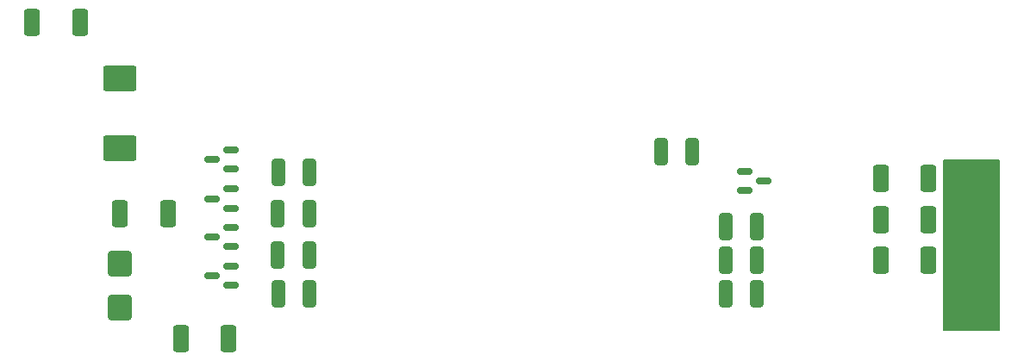
<source format=gbr>
%TF.GenerationSoftware,KiCad,Pcbnew,8.0.2-rc1*%
%TF.CreationDate,2024-12-28T13:04:22+01:00*%
%TF.ProjectId,Carte-Principale,43617274-652d-4507-9269-6e636970616c,V1*%
%TF.SameCoordinates,Original*%
%TF.FileFunction,Paste,Top*%
%TF.FilePolarity,Positive*%
%FSLAX46Y46*%
G04 Gerber Fmt 4.6, Leading zero omitted, Abs format (unit mm)*
G04 Created by KiCad (PCBNEW 8.0.2-rc1) date 2024-12-28 13:04:22*
%MOMM*%
%LPD*%
G01*
G04 APERTURE LIST*
G04 Aperture macros list*
%AMRoundRect*
0 Rectangle with rounded corners*
0 $1 Rounding radius*
0 $2 $3 $4 $5 $6 $7 $8 $9 X,Y pos of 4 corners*
0 Add a 4 corners polygon primitive as box body*
4,1,4,$2,$3,$4,$5,$6,$7,$8,$9,$2,$3,0*
0 Add four circle primitives for the rounded corners*
1,1,$1+$1,$2,$3*
1,1,$1+$1,$4,$5*
1,1,$1+$1,$6,$7*
1,1,$1+$1,$8,$9*
0 Add four rect primitives between the rounded corners*
20,1,$1+$1,$2,$3,$4,$5,0*
20,1,$1+$1,$4,$5,$6,$7,0*
20,1,$1+$1,$6,$7,$8,$9,0*
20,1,$1+$1,$8,$9,$2,$3,0*%
G04 Aperture macros list end*
%ADD10C,0.200000*%
%ADD11RoundRect,0.250000X-1.400000X-1.000000X1.400000X-1.000000X1.400000X1.000000X-1.400000X1.000000X0*%
%ADD12RoundRect,0.250000X-0.900000X1.000000X-0.900000X-1.000000X0.900000X-1.000000X0.900000X1.000000X0*%
%ADD13RoundRect,0.150000X-0.587500X-0.150000X0.587500X-0.150000X0.587500X0.150000X-0.587500X0.150000X0*%
%ADD14RoundRect,0.249999X0.512501X1.075001X-0.512501X1.075001X-0.512501X-1.075001X0.512501X-1.075001X0*%
%ADD15RoundRect,0.250000X0.400000X1.075000X-0.400000X1.075000X-0.400000X-1.075000X0.400000X-1.075000X0*%
%ADD16RoundRect,0.150000X0.587500X0.150000X-0.587500X0.150000X-0.587500X-0.150000X0.587500X-0.150000X0*%
%ADD17RoundRect,0.250000X-0.400000X-1.075000X0.400000X-1.075000X0.400000X1.075000X-0.400000X1.075000X0*%
%ADD18RoundRect,0.249999X-0.512501X-1.075001X0.512501X-1.075001X0.512501X1.075001X-0.512501X1.075001X0*%
G04 APERTURE END LIST*
D10*
X198976000Y-87186000D02*
X204376000Y-87186000D01*
X204376000Y-103886000D01*
X198976000Y-103886000D01*
X198976000Y-87186000D01*
G36*
X198976000Y-87186000D02*
G01*
X204376000Y-87186000D01*
X204376000Y-103886000D01*
X198976000Y-103886000D01*
X198976000Y-87186000D01*
G37*
D11*
%TO.C,D2*%
X118000000Y-79200000D03*
X118000000Y-86000000D03*
%TD*%
D12*
%TO.C,D1*%
X118000000Y-97418000D03*
X118000000Y-101718000D03*
%TD*%
D13*
%TO.C,Q1*%
X179375000Y-88300000D03*
X179375000Y-90200000D03*
X181250000Y-89250000D03*
%TD*%
D14*
%TO.C,D6*%
X197435500Y-97037000D03*
X192760500Y-97037000D03*
%TD*%
%TO.C,F3*%
X128702500Y-104775000D03*
X124027500Y-104775000D03*
%TD*%
D15*
%TO.C,R12*%
X136678000Y-88392000D03*
X133578000Y-88392000D03*
%TD*%
D16*
%TO.C,Q5*%
X128953500Y-88072000D03*
X128953500Y-86172000D03*
X127078500Y-87122000D03*
%TD*%
D15*
%TO.C,R11*%
X136652000Y-92456000D03*
X133552000Y-92456000D03*
%TD*%
D16*
%TO.C,Q3*%
X128953500Y-99502000D03*
X128953500Y-97602000D03*
X127078500Y-98552000D03*
%TD*%
D17*
%TO.C,R2*%
X171170000Y-86360000D03*
X174270000Y-86360000D03*
%TD*%
D14*
%TO.C,D7*%
X197435500Y-89036000D03*
X192760500Y-89036000D03*
%TD*%
%TO.C,D5*%
X197435500Y-93100000D03*
X192760500Y-93100000D03*
%TD*%
D17*
%TO.C,R3*%
X177520000Y-97028000D03*
X180620000Y-97028000D03*
%TD*%
D15*
%TO.C,R10*%
X136678000Y-100330000D03*
X133578000Y-100330000D03*
%TD*%
D14*
%TO.C,F1*%
X114097500Y-73660000D03*
X109422500Y-73660000D03*
%TD*%
D16*
%TO.C,Q4*%
X128953500Y-95692000D03*
X128953500Y-93792000D03*
X127078500Y-94742000D03*
%TD*%
D15*
%TO.C,R9*%
X136652000Y-96520000D03*
X133552000Y-96520000D03*
%TD*%
D17*
%TO.C,R4*%
X177520000Y-93726000D03*
X180620000Y-93726000D03*
%TD*%
D18*
%TO.C,F2*%
X118058500Y-92456000D03*
X122733500Y-92456000D03*
%TD*%
D16*
%TO.C,Q2*%
X128953500Y-91948000D03*
X128953500Y-90048000D03*
X127078500Y-90998000D03*
%TD*%
D17*
%TO.C,R1*%
X177520000Y-100330000D03*
X180620000Y-100330000D03*
%TD*%
M02*

</source>
